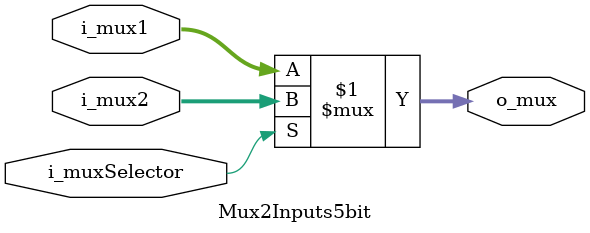
<source format=v>
`timescale 1ns / 1ps

module Mux2Inputs5bit
#(
    parameter               N_BUS   	    = 5
)
(
    input                   i_muxSelector,
    input   [N_BUS-1:0]     i_mux1,
    input   [N_BUS-1:0]     i_mux2,
    output  [N_BUS-1:0]     o_mux
);

    assign  o_mux = i_muxSelector   ?   i_mux2  :   i_mux1;
endmodule

</source>
